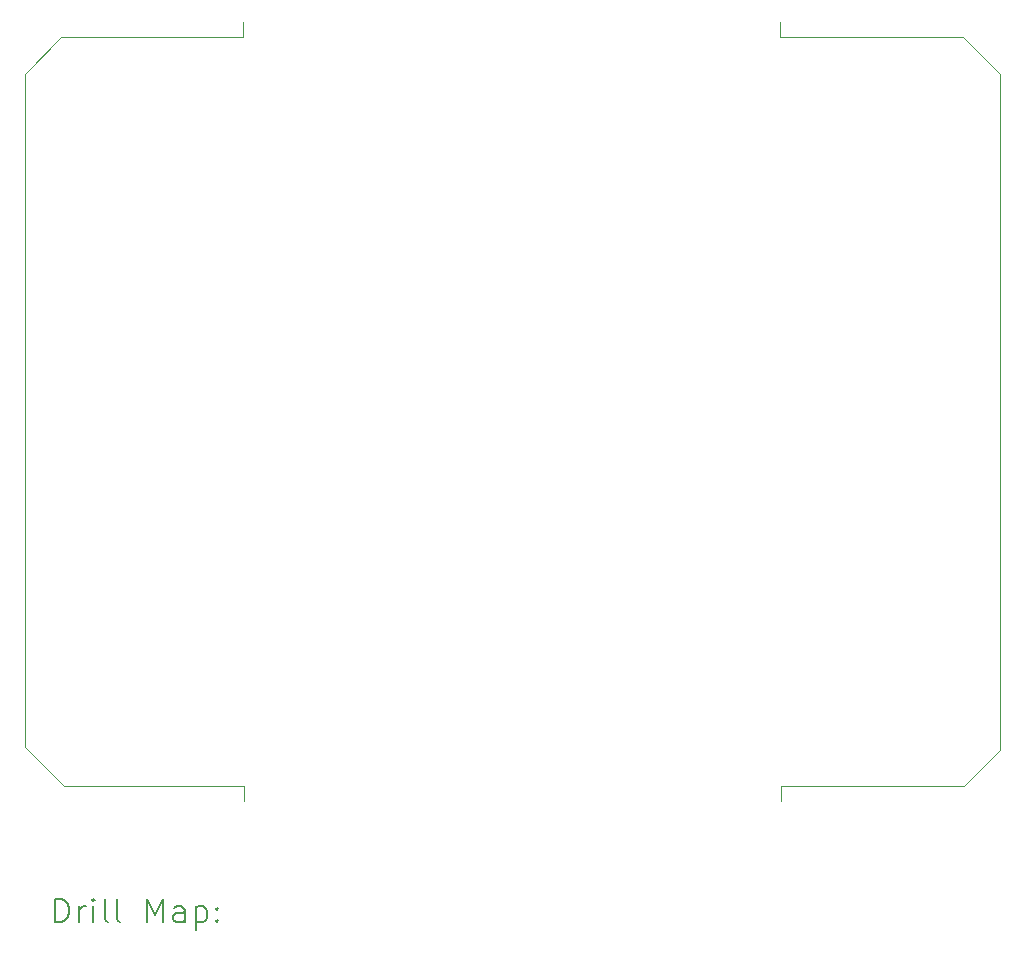
<source format=gbr>
%TF.GenerationSoftware,KiCad,Pcbnew,7.0.7*%
%TF.CreationDate,2024-02-23T14:46:43-08:00*%
%TF.ProjectId,JluxR2protoboard,4a6c7578-5232-4707-926f-746f626f6172,rev?*%
%TF.SameCoordinates,Original*%
%TF.FileFunction,Drillmap*%
%TF.FilePolarity,Positive*%
%FSLAX45Y45*%
G04 Gerber Fmt 4.5, Leading zero omitted, Abs format (unit mm)*
G04 Created by KiCad (PCBNEW 7.0.7) date 2024-02-23 14:46:43*
%MOMM*%
%LPD*%
G01*
G04 APERTURE LIST*
%ADD10C,0.050000*%
%ADD11C,0.200000*%
G04 APERTURE END LIST*
D10*
X12468860Y-2677160D02*
X14018260Y-2677160D01*
X7922260Y-2550160D02*
X7922260Y-2677160D01*
X6070600Y-2984500D02*
X6070600Y-8686800D01*
X6400800Y-9017000D02*
X6070600Y-8686800D01*
X12471400Y-9017000D02*
X14020800Y-9017000D01*
X7924800Y-9017000D02*
X6400800Y-9017000D01*
X14018260Y-2677160D02*
X14325600Y-2984500D01*
X12471400Y-9144000D02*
X12471400Y-9017000D01*
X12468860Y-2550160D02*
X12468860Y-2677160D01*
X7922260Y-2677160D02*
X6377940Y-2677160D01*
X6377940Y-2677160D02*
X6070600Y-2984500D01*
X7924800Y-9144000D02*
X7924800Y-9017000D01*
X14325600Y-2984500D02*
X14325600Y-8712200D01*
X14020800Y-9017000D02*
X14325600Y-8712200D01*
D11*
X6328877Y-10168684D02*
X6328877Y-9968684D01*
X6328877Y-9968684D02*
X6376496Y-9968684D01*
X6376496Y-9968684D02*
X6405067Y-9978208D01*
X6405067Y-9978208D02*
X6424115Y-9997255D01*
X6424115Y-9997255D02*
X6433639Y-10016303D01*
X6433639Y-10016303D02*
X6443162Y-10054398D01*
X6443162Y-10054398D02*
X6443162Y-10082970D01*
X6443162Y-10082970D02*
X6433639Y-10121065D01*
X6433639Y-10121065D02*
X6424115Y-10140112D01*
X6424115Y-10140112D02*
X6405067Y-10159160D01*
X6405067Y-10159160D02*
X6376496Y-10168684D01*
X6376496Y-10168684D02*
X6328877Y-10168684D01*
X6528877Y-10168684D02*
X6528877Y-10035350D01*
X6528877Y-10073446D02*
X6538401Y-10054398D01*
X6538401Y-10054398D02*
X6547924Y-10044874D01*
X6547924Y-10044874D02*
X6566972Y-10035350D01*
X6566972Y-10035350D02*
X6586020Y-10035350D01*
X6652686Y-10168684D02*
X6652686Y-10035350D01*
X6652686Y-9968684D02*
X6643162Y-9978208D01*
X6643162Y-9978208D02*
X6652686Y-9987731D01*
X6652686Y-9987731D02*
X6662210Y-9978208D01*
X6662210Y-9978208D02*
X6652686Y-9968684D01*
X6652686Y-9968684D02*
X6652686Y-9987731D01*
X6776496Y-10168684D02*
X6757448Y-10159160D01*
X6757448Y-10159160D02*
X6747924Y-10140112D01*
X6747924Y-10140112D02*
X6747924Y-9968684D01*
X6881258Y-10168684D02*
X6862210Y-10159160D01*
X6862210Y-10159160D02*
X6852686Y-10140112D01*
X6852686Y-10140112D02*
X6852686Y-9968684D01*
X7109829Y-10168684D02*
X7109829Y-9968684D01*
X7109829Y-9968684D02*
X7176496Y-10111541D01*
X7176496Y-10111541D02*
X7243162Y-9968684D01*
X7243162Y-9968684D02*
X7243162Y-10168684D01*
X7424115Y-10168684D02*
X7424115Y-10063922D01*
X7424115Y-10063922D02*
X7414591Y-10044874D01*
X7414591Y-10044874D02*
X7395543Y-10035350D01*
X7395543Y-10035350D02*
X7357448Y-10035350D01*
X7357448Y-10035350D02*
X7338401Y-10044874D01*
X7424115Y-10159160D02*
X7405067Y-10168684D01*
X7405067Y-10168684D02*
X7357448Y-10168684D01*
X7357448Y-10168684D02*
X7338401Y-10159160D01*
X7338401Y-10159160D02*
X7328877Y-10140112D01*
X7328877Y-10140112D02*
X7328877Y-10121065D01*
X7328877Y-10121065D02*
X7338401Y-10102017D01*
X7338401Y-10102017D02*
X7357448Y-10092493D01*
X7357448Y-10092493D02*
X7405067Y-10092493D01*
X7405067Y-10092493D02*
X7424115Y-10082970D01*
X7519353Y-10035350D02*
X7519353Y-10235350D01*
X7519353Y-10044874D02*
X7538401Y-10035350D01*
X7538401Y-10035350D02*
X7576496Y-10035350D01*
X7576496Y-10035350D02*
X7595543Y-10044874D01*
X7595543Y-10044874D02*
X7605067Y-10054398D01*
X7605067Y-10054398D02*
X7614591Y-10073446D01*
X7614591Y-10073446D02*
X7614591Y-10130589D01*
X7614591Y-10130589D02*
X7605067Y-10149636D01*
X7605067Y-10149636D02*
X7595543Y-10159160D01*
X7595543Y-10159160D02*
X7576496Y-10168684D01*
X7576496Y-10168684D02*
X7538401Y-10168684D01*
X7538401Y-10168684D02*
X7519353Y-10159160D01*
X7700305Y-10149636D02*
X7709829Y-10159160D01*
X7709829Y-10159160D02*
X7700305Y-10168684D01*
X7700305Y-10168684D02*
X7690782Y-10159160D01*
X7690782Y-10159160D02*
X7700305Y-10149636D01*
X7700305Y-10149636D02*
X7700305Y-10168684D01*
X7700305Y-10044874D02*
X7709829Y-10054398D01*
X7709829Y-10054398D02*
X7700305Y-10063922D01*
X7700305Y-10063922D02*
X7690782Y-10054398D01*
X7690782Y-10054398D02*
X7700305Y-10044874D01*
X7700305Y-10044874D02*
X7700305Y-10063922D01*
M02*

</source>
